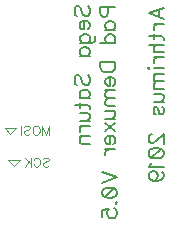
<source format=gbo>
G04 DipTrace 3.3.1.1*
G04 BottomSilk.gbo*
%MOIN*%
G04 #@! TF.FileFunction,Legend,Bot*
G04 #@! TF.Part,Single*
%ADD17C,0.004*%
%ADD48C,0.004632*%
%ADD49C,0.00772*%
%FSLAX26Y26*%
G04*
G70*
G90*
G75*
G01*
G04 BotSilk*
%LPD*%
X431201Y649949D2*
D17*
X468700D1*
X449951Y631200D1*
X431201Y649949D1*
X418701Y756199D2*
X456200D1*
X437451Y737451D1*
X418701Y756199D1*
X659102Y1130324D2*
D49*
X654294Y1135078D1*
X651917Y1142263D1*
Y1151824D1*
X654294Y1159009D1*
X659102Y1163818D1*
X663855D1*
X668664Y1161386D1*
X671040Y1159009D1*
X673417Y1154256D1*
X678226Y1139886D1*
X680602Y1135078D1*
X683034Y1132701D1*
X687787Y1130324D1*
X694972D1*
X699725Y1135078D1*
X702157Y1142263D1*
Y1151824D1*
X699725Y1159009D1*
X694972Y1163818D1*
X683034Y1114885D2*
Y1086200D1*
X678226D1*
X673417Y1088577D1*
X671040Y1090953D1*
X668664Y1095762D1*
Y1102947D1*
X671040Y1107700D1*
X675849Y1112508D1*
X683034Y1114885D1*
X687787D1*
X694972Y1112508D1*
X699725Y1107700D1*
X702157Y1102947D1*
Y1095762D1*
X699725Y1090953D1*
X694972Y1086200D1*
X671040Y1042076D2*
X709342D1*
X716472Y1044453D1*
X718904Y1046829D1*
X721280Y1051638D1*
Y1058823D1*
X718904Y1063576D1*
X678226Y1042076D2*
X673472Y1046829D1*
X671040Y1051638D1*
Y1058823D1*
X673472Y1063576D1*
X678226Y1068384D1*
X685411Y1070761D1*
X690219D1*
X697349Y1068384D1*
X702157Y1063576D1*
X704534Y1058823D1*
Y1051638D1*
X702157Y1046829D1*
X697349Y1042076D1*
X668664Y997952D2*
X702157D1*
X675849D2*
X671041Y1002705D1*
X668664Y1007514D1*
Y1014643D1*
X671041Y1019452D1*
X675849Y1024205D1*
X683034Y1026637D1*
X687787D1*
X694972Y1024205D1*
X699725Y1019452D1*
X702157Y1014643D1*
Y1007514D1*
X699725Y1002705D1*
X694972Y997952D1*
X659102Y900418D2*
X654294Y905172D1*
X651917Y912357D1*
Y921918D1*
X654294Y929103D1*
X659102Y933912D1*
X663855D1*
X668664Y931480D1*
X671041Y929103D1*
X673417Y924350D1*
X678226Y909980D1*
X680602Y905172D1*
X683034Y902795D1*
X687787Y900418D1*
X694972D1*
X699725Y905172D1*
X702157Y912357D1*
Y921918D1*
X699725Y929103D1*
X694972Y933912D1*
X668664Y856294D2*
X702157D1*
X675849D2*
X671041Y861047D1*
X668664Y865856D1*
Y872986D1*
X671041Y877794D1*
X675849Y882547D1*
X683034Y884979D1*
X687787D1*
X694972Y882547D1*
X699725Y877794D1*
X702157Y872986D1*
Y865856D1*
X699725Y861047D1*
X694972Y856294D1*
X651917Y833670D2*
X692596D1*
X699725Y831293D1*
X702157Y826485D1*
Y821732D1*
X668664Y840855D2*
Y824108D1*
Y806293D2*
X692596Y806292D1*
X699725Y803916D1*
X702157Y799107D1*
Y791922D1*
X699725Y787169D1*
X692596Y779984D1*
X668664D2*
X702157D1*
X668664Y764545D2*
X702157D1*
X683034D2*
X675849Y762113D1*
X671041Y757360D1*
X668664Y752552D1*
Y745366D1*
Y729927D2*
X702157D1*
X678226D2*
X671041Y722742D1*
X668664Y717934D1*
Y710804D1*
X671040Y705996D1*
X678226Y703619D1*
X702157D1*
X763750Y1161841D2*
Y1140286D1*
X761374Y1133156D1*
X758942Y1130725D1*
X754189Y1128348D1*
X747004D1*
X742251Y1130725D1*
X739819Y1133156D1*
X737442Y1140286D1*
Y1161841D1*
X787682D1*
X754189Y1084224D2*
X787682D1*
X761374D2*
X756565Y1088977D1*
X754189Y1093785D1*
Y1100915D1*
X756565Y1105724D1*
X761374Y1110477D1*
X768559Y1112909D1*
X773312D1*
X780497Y1110477D1*
X785250Y1105724D1*
X787682Y1100915D1*
Y1093785D1*
X785250Y1088977D1*
X780497Y1084224D1*
X737442Y1040100D2*
X787682D1*
X761374D2*
X756565Y1044853D1*
X754189Y1049661D1*
Y1056846D1*
X756565Y1061600D1*
X761374Y1066408D1*
X768559Y1068785D1*
X773312D1*
X780497Y1066408D1*
X785250Y1061600D1*
X787682Y1056846D1*
Y1049661D1*
X785250Y1044853D1*
X780497Y1040100D1*
X737442Y976060D2*
X787682D1*
Y959313D1*
X785250Y952128D1*
X780497Y947319D1*
X775689Y944943D1*
X768559Y942566D1*
X756565D1*
X749380Y944943D1*
X744627Y947319D1*
X739819Y952128D1*
X737442Y959313D1*
Y976060D1*
X768559Y927127D2*
Y898442D1*
X763750D1*
X758942Y900819D1*
X756565Y903195D1*
X754189Y908004D1*
Y915189D1*
X756565Y919942D1*
X761374Y924750D1*
X768559Y927127D1*
X773312D1*
X780497Y924750D1*
X785250Y919942D1*
X787682Y915189D1*
Y908004D1*
X785250Y903195D1*
X780497Y898442D1*
X754189Y883003D2*
X787682D1*
X763750D2*
X756565Y875818D1*
X754189Y871009D1*
Y863880D1*
X756565Y859071D1*
X763750Y856695D1*
X787682Y856694D1*
X763750Y856695D2*
X756565Y849509D1*
X754189Y844701D1*
Y837571D1*
X756565Y832763D1*
X763750Y830331D1*
X787682D1*
X754189Y814892D2*
X778121D1*
X785250Y812515D1*
X787682Y807707D1*
Y800522D1*
X785250Y795768D1*
X778121Y788583D1*
X754189D2*
X787682D1*
X754189Y773144D2*
X787682Y746836D1*
X754189D2*
X787682Y773144D1*
X768559Y731397D2*
Y702712D1*
X763751D1*
X758942Y705088D1*
X756565Y707465D1*
X754189Y712273D1*
Y719458D1*
X756565Y724212D1*
X761374Y729020D1*
X768559Y731397D1*
X773312D1*
X780497Y729020D1*
X785250Y724212D1*
X787682Y719458D1*
Y712273D1*
X785250Y707465D1*
X780497Y702712D1*
X754189Y687273D2*
X787682D1*
X768559D2*
X761374Y684841D1*
X756565Y680088D1*
X754189Y675279D1*
Y668094D1*
X743747Y611898D2*
X793987Y592775D1*
X743747Y573652D1*
X743802Y543842D2*
X746179Y551027D1*
X753364Y555836D1*
X765302Y558212D1*
X772487D1*
X784425Y555836D1*
X791610Y551027D1*
X793987Y543842D1*
Y539089D1*
X791610Y531904D1*
X784425Y527151D1*
X772487Y524719D1*
X765302D1*
X753364Y527151D1*
X746179Y531904D1*
X743802Y539089D1*
Y543842D1*
X753364Y527151D2*
X784425Y555836D1*
X789178Y506903D2*
X791610Y509280D1*
X793987Y506903D1*
X791610Y504471D1*
X789178Y506903D1*
X743802Y460347D2*
Y484224D1*
X765302Y486600D1*
X762925Y484224D1*
X760493Y477039D1*
Y469909D1*
X762925Y462724D1*
X767678Y457916D1*
X774863Y455539D1*
X779617D1*
X786802Y457916D1*
X791610Y462724D1*
X793987Y469909D1*
Y477039D1*
X791610Y484224D1*
X789178Y486600D1*
X784425Y489032D1*
X948796Y1119835D2*
X898556Y1139014D1*
X948796Y1158137D1*
X932050Y1150952D2*
Y1127020D1*
X915303Y1104396D2*
X948796D1*
X929673D2*
X922488Y1101964D1*
X917680Y1097211D1*
X915303Y1092403D1*
Y1085218D1*
X898556Y1062593D2*
X939235D1*
X946364Y1060217D1*
X948796Y1055408D1*
Y1050655D1*
X915303Y1069778D2*
Y1053032D1*
X898556Y1035216D2*
X948796D1*
X924865D2*
X917680Y1028031D1*
X915303Y1023222D1*
Y1016037D1*
X917680Y1011284D1*
X924865Y1008908D1*
X948796D1*
X915303Y993468D2*
X948796D1*
X929673D2*
X922488Y991037D1*
X917680Y986283D1*
X915303Y981475D1*
Y974290D1*
X898556Y958851D2*
X900933Y956474D1*
X898556Y954042D1*
X896124Y956474D1*
X898556Y958851D1*
X915303Y956474D2*
X948796D1*
X915303Y938603D2*
X948796D1*
X924865D2*
X917680Y931418D1*
X915303Y926609D1*
Y919480D1*
X917680Y914671D1*
X924865Y912295D1*
X948796D1*
X924865D2*
X917680Y905110D1*
X915303Y900301D1*
Y893171D1*
X917680Y888363D1*
X924865Y885931D1*
X948796D1*
X915303Y870492D2*
X939235D1*
X946364Y868115D1*
X948796Y863307D1*
Y856122D1*
X946364Y851369D1*
X939235Y844183D1*
X915303D2*
X948796D1*
X922488Y802436D2*
X917680Y804813D1*
X915303Y811998D1*
Y819183D1*
X917680Y826368D1*
X922488Y828744D1*
X927241Y826368D1*
X929673Y821559D1*
X932050Y809621D1*
X934426Y804813D1*
X939235Y802436D1*
X941611D1*
X946364Y804813D1*
X948796Y811998D1*
Y819183D1*
X946364Y826368D1*
X941611Y828744D1*
X910550Y735964D2*
X908173D1*
X903365Y733587D1*
X900988Y731211D1*
X898612Y726402D1*
Y716841D1*
X900988Y712087D1*
X903365Y709711D1*
X908173Y707279D1*
X912926D1*
X917735Y709711D1*
X924865Y714464D1*
X948796Y738396D1*
Y704902D1*
X898612Y675093D2*
X900988Y682278D1*
X908173Y687087D1*
X920111Y689463D1*
X927297D1*
X939235Y687087D1*
X946420Y682278D1*
X948796Y675093D1*
Y670340D1*
X946420Y663155D1*
X939235Y658402D1*
X927297Y655970D1*
X920112D1*
X908173Y658402D1*
X900988Y663155D1*
X898612Y670340D1*
Y675093D1*
X908173Y658402D2*
X939235Y687087D1*
X908173Y640531D2*
X905741Y635722D1*
X898612Y628537D1*
X948796D1*
X915303Y581981D2*
X922488Y584413D1*
X927297Y589166D1*
X929673Y596351D1*
Y598728D1*
X927297Y605913D1*
X922488Y610666D1*
X915303Y613098D1*
X912926D1*
X905741Y610666D1*
X900988Y605913D1*
X898612Y598728D1*
Y596351D1*
X900988Y589166D1*
X905741Y584413D1*
X915303Y581981D1*
X927296D1*
X939235Y584413D1*
X946420Y589166D1*
X948796Y596351D1*
Y601104D1*
X946420Y608289D1*
X941611Y610666D1*
X544240Y734630D2*
D48*
Y764774D1*
X555714Y734630D1*
X567188Y764774D1*
Y734630D1*
X526355Y764774D2*
X529240Y763348D1*
X532092Y760463D1*
X533551Y757611D1*
X534977Y753300D1*
Y746104D1*
X533551Y741826D1*
X532092Y738941D1*
X529240Y736089D1*
X526355Y734630D1*
X520618D1*
X517766Y736089D1*
X514881Y738941D1*
X513455Y741826D1*
X512029Y746104D1*
Y753300D1*
X513455Y757611D1*
X514881Y760463D1*
X517766Y763348D1*
X520618Y764774D1*
X526355D1*
X482669Y760463D2*
X485521Y763348D1*
X489832Y764774D1*
X495569D1*
X499880Y763348D1*
X502765Y760463D1*
Y757611D1*
X501306Y754726D1*
X499880Y753300D1*
X497028Y751874D1*
X488406Y748989D1*
X485521Y747563D1*
X484095Y746104D1*
X482669Y743252D1*
Y738941D1*
X485521Y736089D1*
X489832Y734630D1*
X495569D1*
X499880Y736089D1*
X502765Y738941D1*
X473406Y764774D2*
Y734630D1*
X546051Y654214D2*
X548903Y657099D1*
X553214Y658525D1*
X558951D1*
X563262Y657099D1*
X566147Y654214D1*
Y651362D1*
X564688Y648477D1*
X563262Y647051D1*
X560410Y645625D1*
X551788Y642740D1*
X548903Y641314D1*
X547477Y639855D1*
X546051Y637003D1*
Y632692D1*
X548903Y629840D1*
X553214Y628381D1*
X558951D1*
X563262Y629840D1*
X566147Y632692D1*
X515265Y651362D2*
X516691Y654214D1*
X519576Y657099D1*
X522428Y658525D1*
X528165D1*
X531050Y657099D1*
X533902Y654214D1*
X535361Y651362D1*
X536787Y647051D1*
Y639855D1*
X535361Y635577D1*
X533902Y632692D1*
X531050Y629840D1*
X528165Y628381D1*
X522428D1*
X519576Y629840D1*
X516691Y632692D1*
X515265Y635577D1*
X506002Y658525D2*
Y628381D1*
X485906Y658525D2*
X506002Y638429D1*
X498839Y645625D2*
X485906Y628381D1*
M02*

</source>
